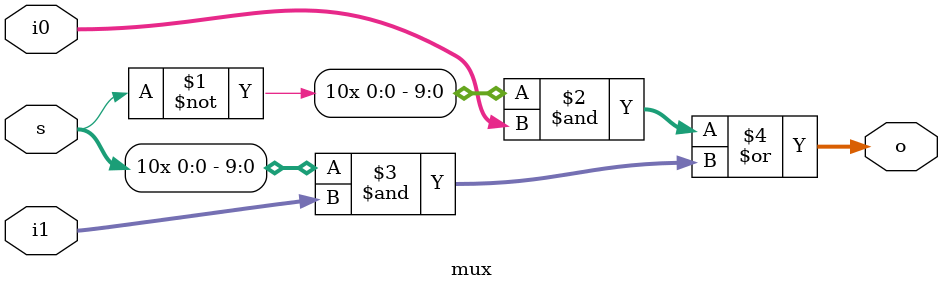
<source format=v>
`timescale 1ns / 1ps


module mux(
    input [9:0] i0,
    input [9:0] i1,
    input s,
    output [9:0] o
    );
    
    assign o = {10{~s}} & i0 | {10{s}} & i1;
    
endmodule

</source>
